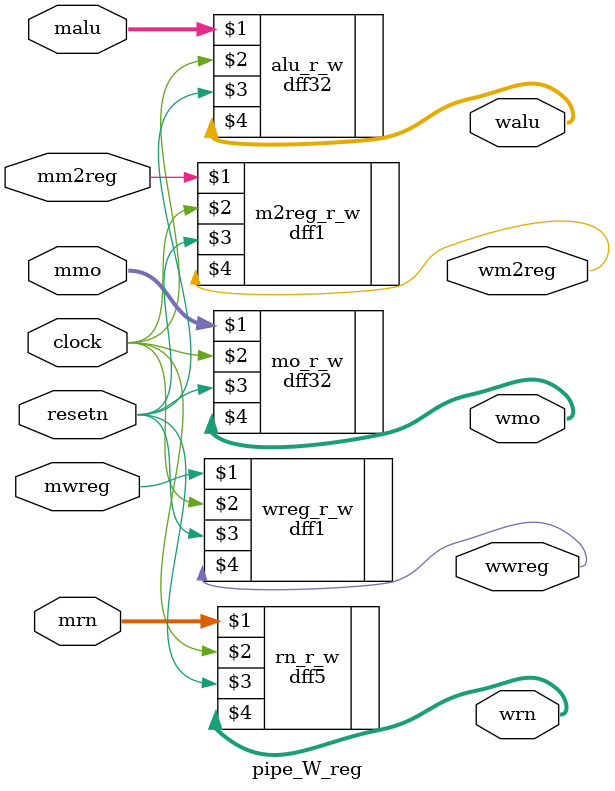
<source format=v>
module pipe_W_reg(mwreg, mm2reg, mmo, malu, mrn, clock, resetn, wwreg, wm2reg, wmo, walu, wrn);
	input         mwreg, mm2reg, clock, resetn;
	input  [4:0]  mrn;
	input  [31:0] mmo, malu;
	output        wwreg, wm2reg;
	output [4:0]  wrn;
	output [31:0] wmo, walu;

	dff1 wreg_r_w(mwreg, clock, resetn, wwreg);
	dff1 m2reg_r_w(mm2reg, clock, resetn, wm2reg);
	dff5 rn_r_w(mrn, clock, resetn, wrn);
	dff32 mo_r_w(mmo, clock, resetn, wmo);
	dff32 alu_r_w(malu, clock, resetn, walu);
endmodule

</source>
